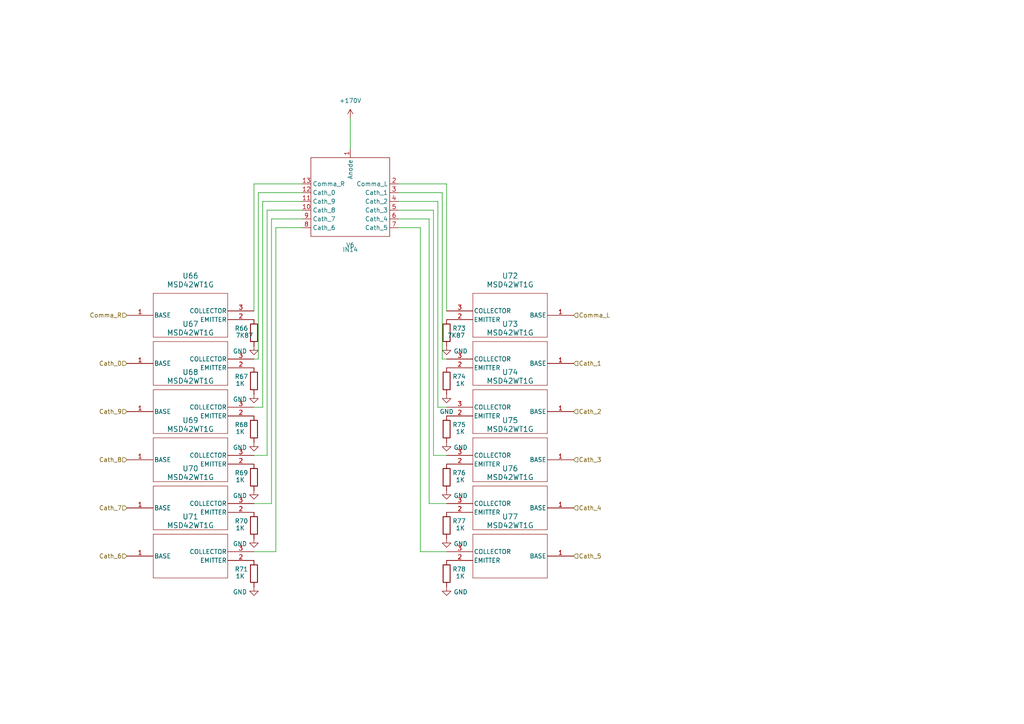
<source format=kicad_sch>
(kicad_sch (version 20231120) (generator "eeschema") (generator_version "8.0")
  (paper "A4")
  (lib_symbols
    (symbol "2024-10-20_16-09-01:MSD42WT1G" (pin_names (offset 0.254))
      (property "Reference" "U" (at 32.766 9.906 0))
      (property "Value" "MSD42WT1G" (at 32.766 6.858 0))
      (symbol "MSD42WT1G_0_1"
        (polyline (pts (xy 21.59 -7.62) (xy 43.18 -7.62)) (stroke (width 0.127)))
        (polyline (pts (xy 21.59 5.08) (xy 21.59 -7.62)) (stroke (width 0.127)))
        (polyline (pts (xy 43.18 -7.62) (xy 43.18 5.08)) (stroke (width 0.127)))
        (polyline (pts (xy 43.18 5.08) (xy 21.59 5.08)) (stroke (width 0.127)))
        (pin unspecified line (at 50.8 -2.54 180) (length 7.62) (name "EMITTER") (number "2"))
        (pin unspecified line (at 50.8 0 180) (length 7.62) (name "COLLECTOR") (number "3"))
      )
      (symbol "MSD42WT1G_1_1"
        (pin unspecified line (at 13.97 -1.27 0) (length 7.62) (name "BASE") (number "1"))
      )
    )
    (symbol "Device:R" (pin_numbers hide) (pin_names (offset 0))
      (property "Reference" "R" (at 2.032 0 90))
      (property "Value" "R" (at 0 0 90))
      (symbol "R_0_1"
        (rectangle (start -1.016 -2.54) (end 1.016 2.54) (stroke (width 0.254)))
      )
      (symbol "R_1_1"
        (pin passive line (at 0 3.81 270) (length 1.27) (name "~") (number "1"))
        (pin passive line (at 0 -3.81 90) (length 1.27) (name "~") (number "2"))
      )
    )
    (symbol "nixie_objects:IN14_nixie_tube"
      (property "Reference" "V" (at -9.398 4.064 0))
      (symbol "IN14_nixie_tube_0_1"
        (rectangle (start -11.43 6.35) (end 11.43 -16.51))
      )
      (symbol "IN14_nixie_tube_1_1"
        (pin input line (at 0 8.89 270) (length 2.54) (name "Anode") (number "1"))
        (pin output line (at -13.97 -8.89 0) (length 2.54) (name "Cath_8") (number "10"))
        (pin output line (at -13.97 -6.35 0) (length 2.54) (name "Cath_9") (number "11"))
        (pin output line (at -13.97 -3.81 0) (length 2.54) (name "Cath_0") (number "12"))
        (pin output line (at -13.97 -1.27 0) (length 2.54) (name "Comma_R") (number "13"))
        (pin output line (at 13.97 -1.27 180) (length 2.54) (name "Comma_L") (number "2"))
        (pin output line (at 13.97 -3.81 180) (length 2.54) (name "Cath_1") (number "3"))
        (pin output line (at 13.97 -6.35 180) (length 2.54) (name "Cath_2") (number "4"))
        (pin output line (at 13.97 -8.89 180) (length 2.54) (name "Cath_3") (number "5"))
        (pin output line (at 13.97 -11.43 180) (length 2.54) (name "Cath_4") (number "6"))
        (pin output line (at 13.97 -13.97 180) (length 2.54) (name "Cath_5") (number "7"))
        (pin output line (at -13.97 -13.97 0) (length 2.54) (name "Cath_6") (number "8"))
        (pin output line (at -13.97 -11.43 0) (length 2.54) (name "Cath_7") (number "9"))
      )
    )
    (symbol "power:+1V1" (power) (pin_numbers hide) (pin_names (offset 0) hide)
      (property "Value" "+1V1" (at 0 3.556 0))
      (symbol "+1V1_0_1"
        (polyline (pts (xy -0.762 1.27) (xy 0 2.54)))
        (polyline (pts (xy 0 0) (xy 0 2.54)))
        (polyline (pts (xy 0 2.54) (xy 0.762 1.27)))
      )
      (symbol "+1V1_1_1"
        (pin power_in line (at 0 0 90) (length 0) (name "~") (number "1"))
      )
    )
    (symbol "power:GND" (power) (pin_numbers hide) (pin_names (offset 0) hide)
      (property "Value" "GND" (at 0 -3.81 0))
      (symbol "GND_0_1"
        (polyline (pts (xy 0 0) (xy 0 -1.27) (xy 1.27 -1.27) (xy 0 -2.54) (xy -1.27 -1.27) (xy 0 -1.27)))
      )
      (symbol "GND_1_1"
        (pin power_in line (at 0 0 270) (length 0) (name "~") (number "1"))
      )
    )
  )
  (wire (pts (xy 128.27 104.14) (xy 129.54 104.14)))
  (wire (pts (xy 125.73 132.08) (xy 125.73 60.96)))
  (wire (pts (xy 73.66 53.34) (xy 73.66 90.17)))
  (wire (pts (xy 73.66 132.08) (xy 77.47 132.08)))
  (wire (pts (xy 115.57 58.42) (xy 127 58.42)))
  (wire (pts (xy 80.01 66.04) (xy 87.63 66.04)))
  (wire (pts (xy 129.54 160.02) (xy 121.92 160.02)))
  (wire (pts (xy 127 118.11) (xy 129.54 118.11)))
  (wire (pts (xy 128.27 55.88) (xy 128.27 104.14)))
  (wire (pts (xy 129.54 53.34) (xy 115.57 53.34)))
  (wire (pts (xy 77.47 60.96) (xy 87.63 60.96)))
  (wire (pts (xy 77.47 132.08) (xy 77.47 60.96)))
  (wire (pts (xy 87.63 63.5) (xy 78.74 63.5)))
  (wire (pts (xy 124.46 146.05) (xy 129.54 146.05)))
  (wire (pts (xy 121.92 160.02) (xy 121.92 66.04)))
  (wire (pts (xy 78.74 63.5) (xy 78.74 146.05)))
  (wire (pts (xy 80.01 160.02) (xy 80.01 66.04)))
  (wire (pts (xy 125.73 60.96) (xy 115.57 60.96)))
  (wire (pts (xy 101.6 34.29) (xy 101.6 43.18)))
  (wire (pts (xy 115.57 63.5) (xy 124.46 63.5)))
  (wire (pts (xy 74.93 55.88) (xy 87.63 55.88)))
  (wire (pts (xy 129.54 90.17) (xy 129.54 53.34)))
  (wire (pts (xy 73.66 104.14) (xy 74.93 104.14)))
  (wire (pts (xy 124.46 63.5) (xy 124.46 146.05)))
  (wire (pts (xy 121.92 66.04) (xy 115.57 66.04)))
  (wire (pts (xy 115.57 55.88) (xy 128.27 55.88)))
  (wire (pts (xy 129.54 132.08) (xy 125.73 132.08)))
  (wire (pts (xy 127 118.11) (xy 127 58.42)))
  (wire (pts (xy 87.63 58.42) (xy 76.2 58.42)))
  (wire (pts (xy 73.66 160.02) (xy 80.01 160.02)))
  (wire (pts (xy 76.2 58.42) (xy 76.2 118.11)))
  (wire (pts (xy 76.2 118.11) (xy 73.66 118.11)))
  (wire (pts (xy 74.93 104.14) (xy 74.93 55.88)))
  (wire (pts (xy 73.66 146.05) (xy 78.74 146.05)))
  (wire (pts (xy 87.63 53.34) (xy 73.66 53.34)))
  (hierarchical_label "Cath_1" (shape input) (at 166.37 105.41 0))
  (hierarchical_label "Cath_9" (shape input) (at 36.83 119.38 180))
  (hierarchical_label "Comma_R" (shape input) (at 36.83 91.44 180))
  (hierarchical_label "Comma_L" (shape input) (at 166.37 91.44 0))
  (hierarchical_label "Cath_8" (shape input) (at 36.83 133.35 180))
  (hierarchical_label "Cath_2" (shape input) (at 166.37 119.38 0))
  (hierarchical_label "Cath_7" (shape input) (at 36.83 147.32 180))
  (hierarchical_label "Cath_0" (shape input) (at 36.83 105.41 180))
  (hierarchical_label "Cath_5" (shape input) (at 166.37 161.29 0))
  (hierarchical_label "Cath_4" (shape input) (at 166.37 147.32 0))
  (hierarchical_label "Cath_3" (shape input) (at 166.37 133.35 0))
  (hierarchical_label "Cath_6" (shape input) (at 36.83 161.29 180))
  (symbol (lib_id "power:GND") (at 73.66 114.3 0) (unit 1)
    (property "Reference" "#PWR077" (effects (hide yes)))
    (property "Value" "GND" (at 69.596 115.824 0))
    (property "Description" "Power symbol creates a global label with name \"GND\" , ground" (effects (hide yes)))
    (instances (project "nixie_clock" (path "" (reference "#PWR077") (unit 1)) (path "" (reference "#PWR053") (unit 1)) (path "" (reference "#PWR037") (unit 1)) (path "" (reference "#PWR069") (unit 1)) (path "" (reference "#PWR021") (unit 1)) (path "" (reference "#PWR03") (unit 1))))
  )
  (symbol (lib_id "Device:R") (at 73.66 138.43 0) (unit 1)
    (property "Reference" "R69" (at 68.072 137.16 0) (effects (justify left)))
    (property "Value" "1K" (at 68.326 139.192 0) (effects (justify left)))
    (property "Footprint" "Resistor_SMD:R_0603_1608Metric" (effects (hide yes)))
    (property "Description" "Resistor" (effects (hide yes)))
    (instances (project "nixie_clock" (path "" (reference "R69") (unit 1)) (path "" (reference "R40") (unit 1)) (path "" (reference "R28") (unit 1)) (path "" (reference "R52") (unit 1)) (path "" (reference "R16") (unit 1)) (path "" (reference "R4") (unit 1))))
  )
  (symbol (lib_id "Device:R") (at 129.54 124.46 0) (mirror y) (unit 1)
    (property "Reference" "R75" (at 135.128 123.19 0) (effects (justify left)))
    (property "Value" "1K" (at 134.874 125.222 0) (effects (justify left)))
    (property "Footprint" "Resistor_SMD:R_0603_1608Metric" (effects (hide yes)))
    (property "Description" "Resistor" (effects (hide yes)))
    (instances (project "nixie_clock" (path "" (reference "R75") (unit 1)) (path "" (reference "R45") (unit 1)) (path "" (reference "R33") (unit 1)) (path "" (reference "R57") (unit 1)) (path "" (reference "R21") (unit 1)) (path "" (reference "R9") (unit 1))))
  )
  (symbol (lib_id "2024-10-20_16-09-01:MSD42WT1G") (at 22.86 132.08 0) (unit 1)
    (property "Reference" "U69" (at 55.245 121.92 0) (effects (font (size 1.524 1.524))))
    (property "Value" "MSD42WT1G" (at 55.245 124.46 0) (effects (font (size 1.524 1.524))))
    (property "Footprint" "SOT-323-3_2P2X1P35_ONS" (effects (hide yes)))
    (property "Datasheet" "MSD42WT1G" (effects (hide yes)))
    (instances (project "nixie_clock" (path "" (reference "U69") (unit 1)) (path "" (reference "U45") (unit 1)) (path "" (reference "U32") (unit 1)) (path "" (reference "U58") (unit 1)) (path "" (reference "U19") (unit 1)) (path "" (reference "U4") (unit 1))))
  )
  (symbol (lib_id "2024-10-20_16-09-01:MSD42WT1G") (at 22.86 146.05 0) (unit 1)
    (property "Reference" "U70" (at 55.245 135.89 0) (effects (font (size 1.524 1.524))))
    (property "Value" "MSD42WT1G" (at 55.245 138.43 0) (effects (font (size 1.524 1.524))))
    (property "Footprint" "SOT-323-3_2P2X1P35_ONS" (effects (hide yes)))
    (property "Datasheet" "MSD42WT1G" (effects (hide yes)))
    (instances (project "nixie_clock" (path "" (reference "U70") (unit 1)) (path "" (reference "U46") (unit 1)) (path "" (reference "U33") (unit 1)) (path "" (reference "U59") (unit 1)) (path "" (reference "U20") (unit 1)) (path "" (reference "U5") (unit 1))))
  )
  (symbol (lib_id "Device:R") (at 129.54 166.37 0) (mirror y) (unit 1)
    (property "Reference" "R78" (at 135.128 165.1 0) (effects (justify left)))
    (property "Value" "1K" (at 134.874 167.132 0) (effects (justify left)))
    (property "Footprint" "Resistor_SMD:R_0603_1608Metric" (effects (hide yes)))
    (property "Description" "Resistor" (effects (hide yes)))
    (instances (project "nixie_clock" (path "" (reference "R78") (unit 1)) (path "" (reference "R48") (unit 1)) (path "" (reference "R36") (unit 1)) (path "" (reference "R60") (unit 1)) (path "" (reference "R24") (unit 1)) (path "" (reference "R12") (unit 1))))
  )
  (symbol (lib_id "2024-10-20_16-09-01:MSD42WT1G") (at 22.86 160.02 0) (unit 1)
    (property "Reference" "U71" (at 55.245 149.86 0) (effects (font (size 1.524 1.524))))
    (property "Value" "MSD42WT1G" (at 55.245 152.4 0) (effects (font (size 1.524 1.524))))
    (property "Footprint" "SOT-323-3_2P2X1P35_ONS" (effects (hide yes)))
    (property "Datasheet" "MSD42WT1G" (effects (hide yes)))
    (instances (project "nixie_clock" (path "" (reference "U71") (unit 1)) (path "" (reference "U47") (unit 1)) (path "" (reference "U34") (unit 1)) (path "" (reference "U60") (unit 1)) (path "" (reference "U21") (unit 1)) (path "" (reference "U6") (unit 1))))
  )
  (symbol (lib_id "power:GND") (at 73.66 128.27 0) (unit 1)
    (property "Reference" "#PWR078" (effects (hide yes)))
    (property "Value" "GND" (at 69.596 129.794 0))
    (property "Description" "Power symbol creates a global label with name \"GND\" , ground" (effects (hide yes)))
    (instances (project "nixie_clock" (path "" (reference "#PWR078") (unit 1)) (path "" (reference "#PWR054") (unit 1)) (path "" (reference "#PWR038") (unit 1)) (path "" (reference "#PWR070") (unit 1)) (path "" (reference "#PWR022") (unit 1)) (path "" (reference "#PWR04") (unit 1))))
  )
  (symbol (lib_id "power:GND") (at 129.54 156.21 0) (mirror y) (unit 1)
    (property "Reference" "#PWR087" (effects (hide yes)))
    (property "Value" "GND" (at 133.604 157.734 0))
    (property "Description" "Power symbol creates a global label with name \"GND\" , ground" (effects (hide yes)))
    (instances (project "nixie_clock" (path "" (reference "#PWR087") (unit 1)) (path "" (reference "#PWR063") (unit 1)) (path "" (reference "#PWR047") (unit 1)) (path "" (reference "#PWR094") (unit 1)) (path "" (reference "#PWR031") (unit 1)) (path "" (reference "#PWR013") (unit 1))))
  )
  (symbol (lib_id "2024-10-20_16-09-01:MSD42WT1G") (at 180.34 160.02 0) (mirror y) (unit 1)
    (property "Reference" "U77" (at 147.955 149.86 0) (effects (font (size 1.524 1.524))))
    (property "Value" "MSD42WT1G" (at 147.955 152.4 0) (effects (font (size 1.524 1.524))))
    (property "Footprint" "SOT-323-3_2P2X1P35_ONS" (effects (hide yes)))
    (property "Datasheet" "MSD42WT1G" (effects (hide yes)))
    (instances (project "nixie_clock" (path "" (reference "U77") (unit 1)) (path "" (reference "U53") (unit 1)) (path "" (reference "U40") (unit 1)) (path "" (reference "U78") (unit 1)) (path "" (reference "U27") (unit 1)) (path "" (reference "U12") (unit 1))))
  )
  (symbol (lib_id "power:GND") (at 129.54 128.27 0) (mirror y) (unit 1)
    (property "Reference" "#PWR085" (effects (hide yes)))
    (property "Value" "GND" (at 133.604 129.794 0))
    (property "Description" "Power symbol creates a global label with name \"GND\" , ground" (effects (hide yes)))
    (instances (project "nixie_clock" (path "" (reference "#PWR085") (unit 1)) (path "" (reference "#PWR061") (unit 1)) (path "" (reference "#PWR045") (unit 1)) (path "" (reference "#PWR092") (unit 1)) (path "" (reference "#PWR029") (unit 1)) (path "" (reference "#PWR011") (unit 1))))
  )
  (symbol (lib_id "2024-10-20_16-09-01:MSD42WT1G") (at 180.34 146.05 0) (mirror y) (unit 1)
    (property "Reference" "U76" (at 147.955 135.89 0) (effects (font (size 1.524 1.524))))
    (property "Value" "MSD42WT1G" (at 147.955 138.43 0) (effects (font (size 1.524 1.524))))
    (property "Footprint" "SOT-323-3_2P2X1P35_ONS" (effects (hide yes)))
    (property "Datasheet" "MSD42WT1G" (effects (hide yes)))
    (instances (project "nixie_clock" (path "" (reference "U76") (unit 1)) (path "" (reference "U52") (unit 1)) (path "" (reference "U39") (unit 1)) (path "" (reference "U65") (unit 1)) (path "" (reference "U26") (unit 1)) (path "" (reference "U11") (unit 1))))
  )
  (symbol (lib_id "power:+1V1") (at 101.6 34.29 0) (unit 1)
    (property "Reference" "#PWR082" (effects (hide yes)))
    (property "Value" "+170V" (at 101.6 29.21 0))
    (property "Description" "Power symbol creates a global label with name \"+1V1\"" (effects (hide yes)))
    (instances (project "nixie_clock" (path "" (reference "#PWR082") (unit 1)) (path "" (reference "#PWR058") (unit 1)) (path "" (reference "#PWR042") (unit 1)) (path "" (reference "#PWR074") (unit 1)) (path "" (reference "#PWR026") (unit 1)) (path "" (reference "#PWR08") (unit 1))))
  )
  (symbol (lib_id "Device:R") (at 73.66 96.52 0) (unit 1)
    (property "Reference" "R66" (at 68.072 95.25 0) (effects (justify left)))
    (property "Value" "7K87" (at 68.326 97.282 0) (effects (justify left)))
    (property "Footprint" "Resistor_SMD:R_0603_1608Metric" (effects (hide yes)))
    (property "Description" "Resistor" (effects (hide yes)))
    (instances (project "nixie_clock" (path "" (reference "R66") (unit 1)) (path "" (reference "R37") (unit 1)) (path "" (reference "R25") (unit 1)) (path "" (reference "R49") (unit 1)) (path "" (reference "R13") (unit 1)) (path "" (reference "R1") (unit 1))))
  )
  (symbol (lib_id "Device:R") (at 129.54 96.52 0) (mirror y) (unit 1)
    (property "Reference" "R73" (at 135.128 95.25 0) (effects (justify left)))
    (property "Value" "7K87" (at 134.874 97.282 0) (effects (justify left)))
    (property "Footprint" "Resistor_SMD:R_0603_1608Metric" (effects (hide yes)))
    (property "Description" "Resistor" (effects (hide yes)))
    (instances (project "nixie_clock" (path "" (reference "R73") (unit 1)) (path "" (reference "R43") (unit 1)) (path "" (reference "R31") (unit 1)) (path "" (reference "R55") (unit 1)) (path "" (reference "R19") (unit 1)) (path "" (reference "R7") (unit 1))))
  )
  (symbol (lib_id "Device:R") (at 129.54 110.49 0) (mirror y) (unit 1)
    (property "Reference" "R74" (at 135.128 109.22 0) (effects (justify left)))
    (property "Value" "1K" (at 134.874 111.252 0) (effects (justify left)))
    (property "Footprint" "Resistor_SMD:R_0603_1608Metric" (effects (hide yes)))
    (property "Description" "Resistor" (effects (hide yes)))
    (instances (project "nixie_clock" (path "" (reference "R74") (unit 1)) (path "" (reference "R44") (unit 1)) (path "" (reference "R32") (unit 1)) (path "" (reference "R56") (unit 1)) (path "" (reference "R20") (unit 1)) (path "" (reference "R8") (unit 1))))
  )
  (symbol (lib_id "power:GND") (at 73.66 170.18 0) (unit 1)
    (property "Reference" "#PWR081" (effects (hide yes)))
    (property "Value" "GND" (at 69.596 171.704 0))
    (property "Description" "Power symbol creates a global label with name \"GND\" , ground" (effects (hide yes)))
    (instances (project "nixie_clock" (path "" (reference "#PWR081") (unit 1)) (path "" (reference "#PWR057") (unit 1)) (path "" (reference "#PWR041") (unit 1)) (path "" (reference "#PWR073") (unit 1)) (path "" (reference "#PWR025") (unit 1)) (path "" (reference "#PWR07") (unit 1))))
  )
  (symbol (lib_id "power:GND") (at 73.66 156.21 0) (unit 1)
    (property "Reference" "#PWR080" (effects (hide yes)))
    (property "Value" "GND" (at 69.596 157.734 0))
    (property "Description" "Power symbol creates a global label with name \"GND\" , ground" (effects (hide yes)))
    (instances (project "nixie_clock" (path "" (reference "#PWR080") (unit 1)) (path "" (reference "#PWR056") (unit 1)) (path "" (reference "#PWR040") (unit 1)) (path "" (reference "#PWR072") (unit 1)) (path "" (reference "#PWR024") (unit 1)) (path "" (reference "#PWR06") (unit 1))))
  )
  (symbol (lib_id "power:GND") (at 73.66 100.33 0) (unit 1)
    (property "Reference" "#PWR076" (effects (hide yes)))
    (property "Value" "GND" (at 69.596 101.854 0))
    (property "Description" "Power symbol creates a global label with name \"GND\" , ground" (effects (hide yes)))
    (instances (project "nixie_clock" (path "" (reference "#PWR076") (unit 1)) (path "" (reference "#PWR052") (unit 1)) (path "" (reference "#PWR036") (unit 1)) (path "" (reference "#PWR068") (unit 1)) (path "" (reference "#PWR020") (unit 1)) (path "" (reference "#PWR02") (unit 1))))
  )
  (symbol (lib_id "2024-10-20_16-09-01:MSD42WT1G") (at 22.86 90.17 0) (unit 1)
    (property "Reference" "U66" (at 55.245 80.01 0) (effects (font (size 1.524 1.524))))
    (property "Value" "MSD42WT1G" (at 55.245 82.55 0) (effects (font (size 1.524 1.524))))
    (property "Footprint" "SOT-323-3_2P2X1P35_ONS" (effects (hide yes)))
    (property "Datasheet" "MSD42WT1G" (effects (hide yes)))
    (instances (project "nixie_clock" (path "" (reference "U66") (unit 1)) (path "" (reference "U42") (unit 1)) (path "" (reference "U29") (unit 1)) (path "" (reference "U55") (unit 1)) (path "" (reference "U16") (unit 1)) (path "" (reference "U1") (unit 1))))
  )
  (symbol (lib_id "Device:R") (at 73.66 152.4 0) (unit 1)
    (property "Reference" "R70" (at 68.072 151.13 0) (effects (justify left)))
    (property "Value" "1K" (at 68.326 153.162 0) (effects (justify left)))
    (property "Footprint" "Resistor_SMD:R_0603_1608Metric" (effects (hide yes)))
    (property "Description" "Resistor" (effects (hide yes)))
    (instances (project "nixie_clock" (path "" (reference "R70") (unit 1)) (path "" (reference "R41") (unit 1)) (path "" (reference "R29") (unit 1)) (path "" (reference "R53") (unit 1)) (path "" (reference "R17") (unit 1)) (path "" (reference "R5") (unit 1))))
  )
  (symbol (lib_id "2024-10-20_16-09-01:MSD42WT1G") (at 180.34 132.08 0) (mirror y) (unit 1)
    (property "Reference" "U75" (at 147.955 121.92 0) (effects (font (size 1.524 1.524))))
    (property "Value" "MSD42WT1G" (at 147.955 124.46 0) (effects (font (size 1.524 1.524))))
    (property "Footprint" "SOT-323-3_2P2X1P35_ONS" (effects (hide yes)))
    (property "Datasheet" "MSD42WT1G" (effects (hide yes)))
    (instances (project "nixie_clock" (path "" (reference "U75") (unit 1)) (path "" (reference "U51") (unit 1)) (path "" (reference "U38") (unit 1)) (path "" (reference "U64") (unit 1)) (path "" (reference "U25") (unit 1)) (path "" (reference "U10") (unit 1))))
  )
  (symbol (lib_id "Device:R") (at 129.54 152.4 0) (mirror y) (unit 1)
    (property "Reference" "R77" (at 135.128 151.13 0) (effects (justify left)))
    (property "Value" "1K" (at 134.874 153.162 0) (effects (justify left)))
    (property "Footprint" "Resistor_SMD:R_0603_1608Metric" (effects (hide yes)))
    (property "Description" "Resistor" (effects (hide yes)))
    (instances (project "nixie_clock" (path "" (reference "R77") (unit 1)) (path "" (reference "R47") (unit 1)) (path "" (reference "R35") (unit 1)) (path "" (reference "R59") (unit 1)) (path "" (reference "R23") (unit 1)) (path "" (reference "R11") (unit 1))))
  )
  (symbol (lib_id "2024-10-20_16-09-01:MSD42WT1G") (at 180.34 118.11 0) (mirror y) (unit 1)
    (property "Reference" "U74" (at 147.955 107.95 0) (effects (font (size 1.524 1.524))))
    (property "Value" "MSD42WT1G" (at 147.955 110.49 0) (effects (font (size 1.524 1.524))))
    (property "Footprint" "SOT-323-3_2P2X1P35_ONS" (effects (hide yes)))
    (property "Datasheet" "MSD42WT1G" (effects (hide yes)))
    (instances (project "nixie_clock" (path "" (reference "U74") (unit 1)) (path "" (reference "U50") (unit 1)) (path "" (reference "U37") (unit 1)) (path "" (reference "U63") (unit 1)) (path "" (reference "U24") (unit 1)) (path "" (reference "U9") (unit 1))))
  )
  (symbol (lib_id "power:GND") (at 73.66 142.24 0) (unit 1)
    (property "Reference" "#PWR079" (effects (hide yes)))
    (property "Value" "GND" (at 69.596 143.764 0))
    (property "Description" "Power symbol creates a global label with name \"GND\" , ground" (effects (hide yes)))
    (instances (project "nixie_clock" (path "" (reference "#PWR079") (unit 1)) (path "" (reference "#PWR055") (unit 1)) (path "" (reference "#PWR039") (unit 1)) (path "" (reference "#PWR071") (unit 1)) (path "" (reference "#PWR023") (unit 1)) (path "" (reference "#PWR05") (unit 1))))
  )
  (symbol (lib_id "power:GND") (at 129.54 170.18 0) (mirror y) (unit 1)
    (property "Reference" "#PWR088" (effects (hide yes)))
    (property "Value" "GND" (at 133.604 171.704 0))
    (property "Description" "Power symbol creates a global label with name \"GND\" , ground" (effects (hide yes)))
    (instances (project "nixie_clock" (path "" (reference "#PWR088") (unit 1)) (path "" (reference "#PWR067") (unit 1)) (path "" (reference "#PWR051") (unit 1)) (path "" (reference "#PWR0104") (unit 1)) (path "" (reference "#PWR035") (unit 1)) (path "" (reference "#PWR019") (unit 1))))
  )
  (symbol (lib_id "power:GND") (at 129.54 100.33 0) (mirror y) (unit 1)
    (property "Reference" "#PWR083" (effects (hide yes)))
    (property "Value" "GND" (at 133.604 101.854 0))
    (property "Description" "Power symbol creates a global label with name \"GND\" , ground" (effects (hide yes)))
    (instances (project "nixie_clock" (path "" (reference "#PWR083") (unit 1)) (path "" (reference "#PWR059") (unit 1)) (path "" (reference "#PWR043") (unit 1)) (path "" (reference "#PWR075") (unit 1)) (path "" (reference "#PWR027") (unit 1)) (path "" (reference "#PWR09") (unit 1))))
  )
  (symbol (lib_id "nixie_objects:IN14_nixie_tube") (at 101.6 52.07 0) (unit 1)
    (property "Reference" "V6" (at 101.6 71.12 0))
    (property "Value" "IN14" (at 101.6 72.39 0))
    (property "Footprint" "Nixie_Stuff:IN14" (effects (hide yes)))
    (instances (project "nixie_clock" (path "" (reference "V6") (unit 1)) (path "" (reference "V4") (unit 1)) (path "" (reference "V3") (unit 1)) (path "" (reference "V5") (unit 1)) (path "" (reference "V2") (unit 1)) (path "" (reference "V1") (unit 1))))
  )
  (symbol (lib_id "2024-10-20_16-09-01:MSD42WT1G") (at 22.86 104.14 0) (unit 1)
    (property "Reference" "U67" (at 55.245 93.98 0) (effects (font (size 1.524 1.524))))
    (property "Value" "MSD42WT1G" (at 55.245 96.52 0) (effects (font (size 1.524 1.524))))
    (property "Footprint" "SOT-323-3_2P2X1P35_ONS" (effects (hide yes)))
    (property "Datasheet" "MSD42WT1G" (effects (hide yes)))
    (instances (project "nixie_clock" (path "" (reference "U67") (unit 1)) (path "" (reference "U43") (unit 1)) (path "" (reference "U30") (unit 1)) (path "" (reference "U56") (unit 1)) (path "" (reference "U17") (unit 1)) (path "" (reference "U2") (unit 1))))
  )
  (symbol (lib_id "Device:R") (at 73.66 124.46 0) (unit 1)
    (property "Reference" "R68" (at 68.072 123.19 0) (effects (justify left)))
    (property "Value" "1K" (at 68.326 125.222 0) (effects (justify left)))
    (property "Footprint" "Resistor_SMD:R_0603_1608Metric" (effects (hide yes)))
    (property "Description" "Resistor" (effects (hide yes)))
    (instances (project "nixie_clock" (path "" (reference "R68") (unit 1)) (path "" (reference "R39") (unit 1)) (path "" (reference "R27") (unit 1)) (path "" (reference "R51") (unit 1)) (path "" (reference "R15") (unit 1)) (path "" (reference "R3") (unit 1))))
  )
  (symbol (lib_id "2024-10-20_16-09-01:MSD42WT1G") (at 180.34 90.17 0) (mirror y) (unit 1)
    (property "Reference" "U72" (at 147.955 80.01 0) (effects (font (size 1.524 1.524))))
    (property "Value" "MSD42WT1G" (at 147.955 82.55 0) (effects (font (size 1.524 1.524))))
    (property "Footprint" "SOT-323-3_2P2X1P35_ONS" (effects (hide yes)))
    (property "Datasheet" "MSD42WT1G" (effects (hide yes)))
    (instances (project "nixie_clock" (path "" (reference "U72") (unit 1)) (path "" (reference "U48") (unit 1)) (path "" (reference "U35") (unit 1)) (path "" (reference "U61") (unit 1)) (path "" (reference "U22") (unit 1)) (path "" (reference "U7") (unit 1))))
  )
  (symbol (lib_id "2024-10-20_16-09-01:MSD42WT1G") (at 22.86 118.11 0) (unit 1)
    (property "Reference" "U68" (at 55.245 107.95 0) (effects (font (size 1.524 1.524))))
    (property "Value" "MSD42WT1G" (at 55.245 110.49 0) (effects (font (size 1.524 1.524))))
    (property "Footprint" "SOT-323-3_2P2X1P35_ONS" (effects (hide yes)))
    (property "Datasheet" "MSD42WT1G" (effects (hide yes)))
    (instances (project "nixie_clock" (path "" (reference "U68") (unit 1)) (path "" (reference "U44") (unit 1)) (path "" (reference "U31") (unit 1)) (path "" (reference "U57") (unit 1)) (path "" (reference "U18") (unit 1)) (path "" (reference "U3") (unit 1))))
  )
  (symbol (lib_id "power:GND") (at 129.54 114.3 0) (unit 1)
    (property "Reference" "#PWR084" (effects (hide yes)))
    (property "Value" "GND" (at 129.54 119.38 0))
    (property "Description" "Power symbol creates a global label with name \"GND\" , ground" (effects (hide yes)))
    (instances (project "" (path "" (reference "#PWR084") (unit 1)) (path "" (reference "#PWR060") (unit 1)) (path "" (reference "#PWR044") (unit 1)) (path "" (reference "#PWR091") (unit 1)) (path "" (reference "#PWR028") (unit 1)) (path "" (reference "#PWR010") (unit 1))))
  )
  (symbol (lib_id "Device:R") (at 129.54 138.43 0) (mirror y) (unit 1)
    (property "Reference" "R76" (at 135.128 137.16 0) (effects (justify left)))
    (property "Value" "1K" (at 134.874 139.192 0) (effects (justify left)))
    (property "Footprint" "Resistor_SMD:R_0603_1608Metric" (effects (hide yes)))
    (property "Description" "Resistor" (effects (hide yes)))
    (instances (project "nixie_clock" (path "" (reference "R76") (unit 1)) (path "" (reference "R46") (unit 1)) (path "" (reference "R34") (unit 1)) (path "" (reference "R58") (unit 1)) (path "" (reference "R22") (unit 1)) (path "" (reference "R10") (unit 1))))
  )
  (symbol (lib_id "power:GND") (at 129.54 142.24 0) (mirror y) (unit 1)
    (property "Reference" "#PWR086" (effects (hide yes)))
    (property "Value" "GND" (at 133.604 143.764 0))
    (property "Description" "Power symbol creates a global label with name \"GND\" , ground" (effects (hide yes)))
    (instances (project "nixie_clock" (path "" (reference "#PWR086") (unit 1)) (path "" (reference "#PWR062") (unit 1)) (path "" (reference "#PWR046") (unit 1)) (path "" (reference "#PWR093") (unit 1)) (path "" (reference "#PWR030") (unit 1)) (path "" (reference "#PWR012") (unit 1))))
  )
  (symbol (lib_id "Device:R") (at 73.66 110.49 0) (unit 1)
    (property "Reference" "R67" (at 68.072 109.22 0) (effects (justify left)))
    (property "Value" "1K" (at 68.326 111.252 0) (effects (justify left)))
    (property "Footprint" "Resistor_SMD:R_0603_1608Metric" (effects (hide yes)))
    (property "Description" "Resistor" (effects (hide yes)))
    (instances (project "nixie_clock" (path "" (reference "R67") (unit 1)) (path "" (reference "R38") (unit 1)) (path "" (reference "R26") (unit 1)) (path "" (reference "R50") (unit 1)) (path "" (reference "R14") (unit 1)) (path "" (reference "R2") (unit 1))))
  )
  (symbol (lib_id "Device:R") (at 73.66 166.37 0) (unit 1)
    (property "Reference" "R71" (at 68.072 165.1 0) (effects (justify left)))
    (property "Value" "1K" (at 68.326 167.132 0) (effects (justify left)))
    (property "Footprint" "Resistor_SMD:R_0603_1608Metric" (effects (hide yes)))
    (property "Description" "Resistor" (effects (hide yes)))
    (instances (project "nixie_clock" (path "" (reference "R71") (unit 1)) (path "" (reference "R42") (unit 1)) (path "" (reference "R30") (unit 1)) (path "" (reference "R54") (unit 1)) (path "" (reference "R18") (unit 1)) (path "" (reference "R6") (unit 1))))
  )
  (symbol (lib_id "2024-10-20_16-09-01:MSD42WT1G") (at 180.34 104.14 0) (mirror y) (unit 1)
    (property "Reference" "U73" (at 147.955 93.98 0) (effects (font (size 1.524 1.524))))
    (property "Value" "MSD42WT1G" (at 147.955 96.52 0) (effects (font (size 1.524 1.524))))
    (property "Footprint" "SOT-323-3_2P2X1P35_ONS" (effects (hide yes)))
    (property "Datasheet" "MSD42WT1G" (effects (hide yes)))
    (instances (project "nixie_clock" (path "" (reference "U73") (unit 1)) (path "" (reference "U49") (unit 1)) (path "" (reference "U36") (unit 1)) (path "" (reference "U62") (unit 1)) (path "" (reference "U23") (unit 1)) (path "" (reference "U8") (unit 1))))
  )
)
</source>
